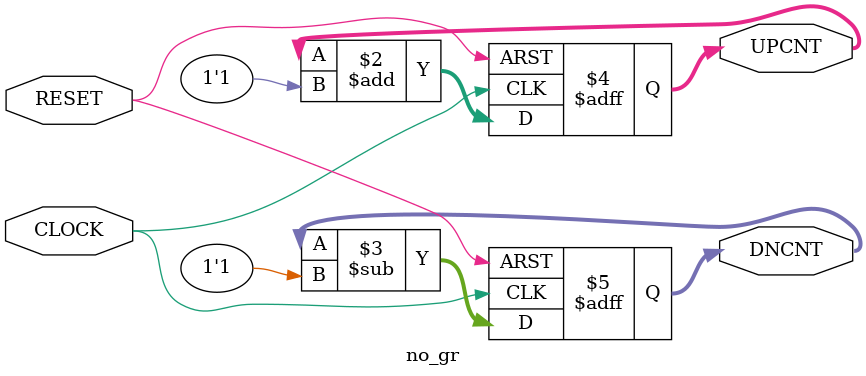
<source format=v>

module no_gr ( CLOCK, RESET, UPCNT, DNCNT);

input CLOCK, RESET;
output [3:0] UPCNT;
output [3:0] DNCNT;

reg [3:0] UPCNT;
reg [3:0] DNCNT;

always @ (posedge CLOCK or posedge RESET) begin
    if (RESET) begin
        UPCNT = 4'b0000;
        DNCNT = 4'b1111;
    end else begin 
        UPCNT = UPCNT + 1'b1;
        DNCNT = DNCNT - 1'b1;
    end
end

endmodule

</source>
